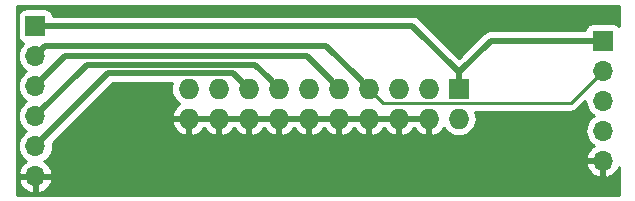
<source format=gbr>
G04 #@! TF.GenerationSoftware,KiCad,Pcbnew,5.1.1-8be2ce7~80~ubuntu18.10.1*
G04 #@! TF.CreationDate,2019-05-27T02:03:18+08:00*
G04 #@! TF.ProjectId,jtagboard,6a746167-626f-4617-9264-2e6b69636164,rev?*
G04 #@! TF.SameCoordinates,Original*
G04 #@! TF.FileFunction,Copper,L1,Top*
G04 #@! TF.FilePolarity,Positive*
%FSLAX46Y46*%
G04 Gerber Fmt 4.6, Leading zero omitted, Abs format (unit mm)*
G04 Created by KiCad (PCBNEW 5.1.1-8be2ce7~80~ubuntu18.10.1) date 2019-05-27 02:03:18*
%MOMM*%
%LPD*%
G04 APERTURE LIST*
%ADD10R,1.727200X1.727200*%
%ADD11O,1.727200X1.727200*%
%ADD12R,1.700000X1.700000*%
%ADD13O,1.700000X1.700000*%
%ADD14C,0.500000*%
%ADD15C,0.250000*%
%ADD16C,0.254000*%
G04 APERTURE END LIST*
D10*
X115316000Y-109220000D03*
D11*
X115316000Y-111760000D03*
X112776000Y-109220000D03*
X112776000Y-111760000D03*
X110236000Y-109220000D03*
X110236000Y-111760000D03*
X107696000Y-109220000D03*
X107696000Y-111760000D03*
X105156000Y-109220000D03*
X105156000Y-111760000D03*
X102616000Y-109220000D03*
X102616000Y-111760000D03*
X100076000Y-109220000D03*
X100076000Y-111760000D03*
X97536000Y-109220000D03*
X97536000Y-111760000D03*
X94996000Y-109220000D03*
X94996000Y-111760000D03*
X92456000Y-109220000D03*
X92456000Y-111760000D03*
D12*
X79451200Y-103931800D03*
D13*
X79451200Y-106471800D03*
X79451200Y-109011800D03*
X79451200Y-111551800D03*
X79451200Y-114091800D03*
X79451200Y-116631800D03*
D12*
X127508000Y-105156000D03*
D13*
X127508000Y-107696000D03*
X127508000Y-110236000D03*
X127508000Y-112776000D03*
X127508000Y-115316000D03*
D14*
X111391400Y-103931800D02*
X115316000Y-107856400D01*
X79451200Y-103931800D02*
X111391400Y-103931800D01*
X126158000Y-105156000D02*
X127508000Y-105156000D01*
X115316000Y-107856400D02*
X118016400Y-105156000D01*
X118016400Y-105156000D02*
X126158000Y-105156000D01*
X115316000Y-109220000D02*
X115316000Y-107856400D01*
X92456000Y-111760000D02*
X112776000Y-111760000D01*
X106832401Y-108356401D02*
X107696000Y-109220000D01*
X104097801Y-105621801D02*
X106832401Y-108356401D01*
X80301199Y-105621801D02*
X104097801Y-105621801D01*
X79451200Y-106471800D02*
X80301199Y-105621801D01*
D15*
X108559599Y-110083599D02*
X107696000Y-109220000D01*
X108884601Y-110408601D02*
X108559599Y-110083599D01*
X124795399Y-110408601D02*
X108884601Y-110408601D01*
X127508000Y-107696000D02*
X124795399Y-110408601D01*
D14*
X104292401Y-108356401D02*
X105156000Y-109220000D01*
X102442377Y-106506377D02*
X104292401Y-108356401D01*
X81956623Y-106506377D02*
X102442377Y-106506377D01*
X79451200Y-109011800D02*
X81956623Y-106506377D01*
X99212401Y-108356401D02*
X100076000Y-109220000D01*
X98062388Y-107206388D02*
X99212401Y-108356401D01*
X83796612Y-107206388D02*
X98062388Y-107206388D01*
X79451200Y-111551800D02*
X83796612Y-107206388D01*
X85636601Y-107906399D02*
X80301199Y-113241801D01*
X96222399Y-107906399D02*
X85636601Y-107906399D01*
X80301199Y-113241801D02*
X79451200Y-114091800D01*
X97536000Y-109220000D02*
X96222399Y-107906399D01*
D16*
G36*
X128880000Y-103941104D02*
G01*
X128809185Y-103854815D01*
X128712494Y-103775463D01*
X128602180Y-103716498D01*
X128482482Y-103680188D01*
X128358000Y-103667928D01*
X126658000Y-103667928D01*
X126533518Y-103680188D01*
X126413820Y-103716498D01*
X126303506Y-103775463D01*
X126206815Y-103854815D01*
X126127463Y-103951506D01*
X126068498Y-104061820D01*
X126032188Y-104181518D01*
X126023375Y-104271000D01*
X118059865Y-104271000D01*
X118016399Y-104266719D01*
X117972933Y-104271000D01*
X117972923Y-104271000D01*
X117842910Y-104283805D01*
X117676087Y-104334411D01*
X117522341Y-104416589D01*
X117522339Y-104416590D01*
X117522340Y-104416590D01*
X117421353Y-104499468D01*
X117421351Y-104499470D01*
X117387583Y-104527183D01*
X117359870Y-104560951D01*
X115316000Y-106604821D01*
X112047934Y-103336756D01*
X112020217Y-103302983D01*
X111885459Y-103192389D01*
X111731713Y-103110211D01*
X111564890Y-103059605D01*
X111434877Y-103046800D01*
X111434869Y-103046800D01*
X111391400Y-103042519D01*
X111347931Y-103046800D01*
X80935825Y-103046800D01*
X80927012Y-102957318D01*
X80890702Y-102837620D01*
X80831737Y-102727306D01*
X80752385Y-102630615D01*
X80655694Y-102551263D01*
X80545380Y-102492298D01*
X80425682Y-102455988D01*
X80301200Y-102443728D01*
X78601200Y-102443728D01*
X78476718Y-102455988D01*
X78357020Y-102492298D01*
X78246706Y-102551263D01*
X78150015Y-102630615D01*
X78070663Y-102727306D01*
X78011698Y-102837620D01*
X77975388Y-102957318D01*
X77963128Y-103081800D01*
X77963128Y-104781800D01*
X77975388Y-104906282D01*
X78011698Y-105025980D01*
X78070663Y-105136294D01*
X78150015Y-105232985D01*
X78246706Y-105312337D01*
X78357020Y-105371302D01*
X78425887Y-105392193D01*
X78396066Y-105416666D01*
X78210494Y-105642786D01*
X78072601Y-105900766D01*
X77987687Y-106180689D01*
X77959015Y-106471800D01*
X77987687Y-106762911D01*
X78072601Y-107042834D01*
X78210494Y-107300814D01*
X78396066Y-107526934D01*
X78622186Y-107712506D01*
X78676991Y-107741800D01*
X78622186Y-107771094D01*
X78396066Y-107956666D01*
X78210494Y-108182786D01*
X78072601Y-108440766D01*
X77987687Y-108720689D01*
X77959015Y-109011800D01*
X77987687Y-109302911D01*
X78072601Y-109582834D01*
X78210494Y-109840814D01*
X78396066Y-110066934D01*
X78622186Y-110252506D01*
X78676991Y-110281800D01*
X78622186Y-110311094D01*
X78396066Y-110496666D01*
X78210494Y-110722786D01*
X78072601Y-110980766D01*
X77987687Y-111260689D01*
X77959015Y-111551800D01*
X77987687Y-111842911D01*
X78072601Y-112122834D01*
X78210494Y-112380814D01*
X78396066Y-112606934D01*
X78622186Y-112792506D01*
X78676991Y-112821800D01*
X78622186Y-112851094D01*
X78396066Y-113036666D01*
X78210494Y-113262786D01*
X78072601Y-113520766D01*
X77987687Y-113800689D01*
X77959015Y-114091800D01*
X77987687Y-114382911D01*
X78072601Y-114662834D01*
X78210494Y-114920814D01*
X78396066Y-115146934D01*
X78622186Y-115332506D01*
X78686723Y-115367001D01*
X78569845Y-115436622D01*
X78353612Y-115631531D01*
X78179559Y-115864880D01*
X78054375Y-116127701D01*
X78009724Y-116274910D01*
X78131045Y-116504800D01*
X79324200Y-116504800D01*
X79324200Y-116484800D01*
X79578200Y-116484800D01*
X79578200Y-116504800D01*
X80771355Y-116504800D01*
X80892676Y-116274910D01*
X80848025Y-116127701D01*
X80722841Y-115864880D01*
X80579638Y-115672890D01*
X126066524Y-115672890D01*
X126111175Y-115820099D01*
X126236359Y-116082920D01*
X126410412Y-116316269D01*
X126626645Y-116511178D01*
X126876748Y-116660157D01*
X127151109Y-116757481D01*
X127381000Y-116636814D01*
X127381000Y-115443000D01*
X126187845Y-115443000D01*
X126066524Y-115672890D01*
X80579638Y-115672890D01*
X80548788Y-115631531D01*
X80332555Y-115436622D01*
X80215677Y-115367001D01*
X80280214Y-115332506D01*
X80506334Y-115146934D01*
X80691906Y-114920814D01*
X80829799Y-114662834D01*
X80914713Y-114382911D01*
X80943385Y-114091800D01*
X80921812Y-113872767D01*
X80957731Y-113836848D01*
X80957736Y-113836842D01*
X82675551Y-112119027D01*
X91001037Y-112119027D01*
X91099036Y-112395978D01*
X91249183Y-112648488D01*
X91445707Y-112866854D01*
X91681056Y-113042684D01*
X91946186Y-113169222D01*
X92096974Y-113214958D01*
X92329000Y-113093817D01*
X92329000Y-111887000D01*
X92583000Y-111887000D01*
X92583000Y-113093817D01*
X92815026Y-113214958D01*
X92965814Y-113169222D01*
X93230944Y-113042684D01*
X93466293Y-112866854D01*
X93662817Y-112648488D01*
X93726000Y-112542230D01*
X93789183Y-112648488D01*
X93985707Y-112866854D01*
X94221056Y-113042684D01*
X94486186Y-113169222D01*
X94636974Y-113214958D01*
X94869000Y-113093817D01*
X94869000Y-111887000D01*
X95123000Y-111887000D01*
X95123000Y-113093817D01*
X95355026Y-113214958D01*
X95505814Y-113169222D01*
X95770944Y-113042684D01*
X96006293Y-112866854D01*
X96202817Y-112648488D01*
X96266000Y-112542230D01*
X96329183Y-112648488D01*
X96525707Y-112866854D01*
X96761056Y-113042684D01*
X97026186Y-113169222D01*
X97176974Y-113214958D01*
X97409000Y-113093817D01*
X97409000Y-111887000D01*
X97663000Y-111887000D01*
X97663000Y-113093817D01*
X97895026Y-113214958D01*
X98045814Y-113169222D01*
X98310944Y-113042684D01*
X98546293Y-112866854D01*
X98742817Y-112648488D01*
X98806000Y-112542230D01*
X98869183Y-112648488D01*
X99065707Y-112866854D01*
X99301056Y-113042684D01*
X99566186Y-113169222D01*
X99716974Y-113214958D01*
X99949000Y-113093817D01*
X99949000Y-111887000D01*
X100203000Y-111887000D01*
X100203000Y-113093817D01*
X100435026Y-113214958D01*
X100585814Y-113169222D01*
X100850944Y-113042684D01*
X101086293Y-112866854D01*
X101282817Y-112648488D01*
X101346000Y-112542230D01*
X101409183Y-112648488D01*
X101605707Y-112866854D01*
X101841056Y-113042684D01*
X102106186Y-113169222D01*
X102256974Y-113214958D01*
X102489000Y-113093817D01*
X102489000Y-111887000D01*
X102743000Y-111887000D01*
X102743000Y-113093817D01*
X102975026Y-113214958D01*
X103125814Y-113169222D01*
X103390944Y-113042684D01*
X103626293Y-112866854D01*
X103822817Y-112648488D01*
X103886000Y-112542230D01*
X103949183Y-112648488D01*
X104145707Y-112866854D01*
X104381056Y-113042684D01*
X104646186Y-113169222D01*
X104796974Y-113214958D01*
X105029000Y-113093817D01*
X105029000Y-111887000D01*
X105283000Y-111887000D01*
X105283000Y-113093817D01*
X105515026Y-113214958D01*
X105665814Y-113169222D01*
X105930944Y-113042684D01*
X106166293Y-112866854D01*
X106362817Y-112648488D01*
X106426000Y-112542230D01*
X106489183Y-112648488D01*
X106685707Y-112866854D01*
X106921056Y-113042684D01*
X107186186Y-113169222D01*
X107336974Y-113214958D01*
X107569000Y-113093817D01*
X107569000Y-111887000D01*
X107823000Y-111887000D01*
X107823000Y-113093817D01*
X108055026Y-113214958D01*
X108205814Y-113169222D01*
X108470944Y-113042684D01*
X108706293Y-112866854D01*
X108902817Y-112648488D01*
X108966000Y-112542230D01*
X109029183Y-112648488D01*
X109225707Y-112866854D01*
X109461056Y-113042684D01*
X109726186Y-113169222D01*
X109876974Y-113214958D01*
X110109000Y-113093817D01*
X110109000Y-111887000D01*
X110363000Y-111887000D01*
X110363000Y-113093817D01*
X110595026Y-113214958D01*
X110745814Y-113169222D01*
X111010944Y-113042684D01*
X111246293Y-112866854D01*
X111442817Y-112648488D01*
X111506000Y-112542230D01*
X111569183Y-112648488D01*
X111765707Y-112866854D01*
X112001056Y-113042684D01*
X112266186Y-113169222D01*
X112416974Y-113214958D01*
X112649000Y-113093817D01*
X112649000Y-111887000D01*
X110363000Y-111887000D01*
X110109000Y-111887000D01*
X107823000Y-111887000D01*
X107569000Y-111887000D01*
X105283000Y-111887000D01*
X105029000Y-111887000D01*
X102743000Y-111887000D01*
X102489000Y-111887000D01*
X100203000Y-111887000D01*
X99949000Y-111887000D01*
X97663000Y-111887000D01*
X97409000Y-111887000D01*
X95123000Y-111887000D01*
X94869000Y-111887000D01*
X92583000Y-111887000D01*
X92329000Y-111887000D01*
X91121536Y-111887000D01*
X91001037Y-112119027D01*
X82675551Y-112119027D01*
X86003180Y-108791399D01*
X91019982Y-108791399D01*
X90979084Y-108926223D01*
X90950149Y-109220000D01*
X90979084Y-109513777D01*
X91064775Y-109796264D01*
X91203931Y-110056606D01*
X91391203Y-110284797D01*
X91619394Y-110472069D01*
X91659433Y-110493470D01*
X91445707Y-110653146D01*
X91249183Y-110871512D01*
X91099036Y-111124022D01*
X91001037Y-111400973D01*
X91121536Y-111633000D01*
X92329000Y-111633000D01*
X92329000Y-111613000D01*
X92583000Y-111613000D01*
X92583000Y-111633000D01*
X94869000Y-111633000D01*
X94869000Y-111613000D01*
X95123000Y-111613000D01*
X95123000Y-111633000D01*
X97409000Y-111633000D01*
X97409000Y-111613000D01*
X97663000Y-111613000D01*
X97663000Y-111633000D01*
X99949000Y-111633000D01*
X99949000Y-111613000D01*
X100203000Y-111613000D01*
X100203000Y-111633000D01*
X102489000Y-111633000D01*
X102489000Y-111613000D01*
X102743000Y-111613000D01*
X102743000Y-111633000D01*
X105029000Y-111633000D01*
X105029000Y-111613000D01*
X105283000Y-111613000D01*
X105283000Y-111633000D01*
X107569000Y-111633000D01*
X107569000Y-111613000D01*
X107823000Y-111613000D01*
X107823000Y-111633000D01*
X110109000Y-111633000D01*
X110109000Y-111613000D01*
X110363000Y-111613000D01*
X110363000Y-111633000D01*
X112649000Y-111633000D01*
X112649000Y-111613000D01*
X112903000Y-111613000D01*
X112903000Y-111633000D01*
X112923000Y-111633000D01*
X112923000Y-111887000D01*
X112903000Y-111887000D01*
X112903000Y-113093817D01*
X113135026Y-113214958D01*
X113285814Y-113169222D01*
X113550944Y-113042684D01*
X113786293Y-112866854D01*
X113982817Y-112648488D01*
X114040137Y-112552090D01*
X114063931Y-112596606D01*
X114251203Y-112824797D01*
X114479394Y-113012069D01*
X114739736Y-113151225D01*
X115022223Y-113236916D01*
X115242381Y-113258600D01*
X115389619Y-113258600D01*
X115609777Y-113236916D01*
X115892264Y-113151225D01*
X116152606Y-113012069D01*
X116380797Y-112824797D01*
X116568069Y-112596606D01*
X116707225Y-112336264D01*
X116792916Y-112053777D01*
X116821851Y-111760000D01*
X116792916Y-111466223D01*
X116707225Y-111183736D01*
X116699135Y-111168601D01*
X124758077Y-111168601D01*
X124795399Y-111172277D01*
X124832721Y-111168601D01*
X124832732Y-111168601D01*
X124944385Y-111157604D01*
X125087646Y-111114147D01*
X125219675Y-111043575D01*
X125335400Y-110948602D01*
X125359203Y-110919598D01*
X126018235Y-110260567D01*
X126044487Y-110527111D01*
X126129401Y-110807034D01*
X126267294Y-111065014D01*
X126452866Y-111291134D01*
X126678986Y-111476706D01*
X126733791Y-111506000D01*
X126678986Y-111535294D01*
X126452866Y-111720866D01*
X126267294Y-111946986D01*
X126129401Y-112204966D01*
X126044487Y-112484889D01*
X126015815Y-112776000D01*
X126044487Y-113067111D01*
X126129401Y-113347034D01*
X126267294Y-113605014D01*
X126452866Y-113831134D01*
X126678986Y-114016706D01*
X126743523Y-114051201D01*
X126626645Y-114120822D01*
X126410412Y-114315731D01*
X126236359Y-114549080D01*
X126111175Y-114811901D01*
X126066524Y-114959110D01*
X126187845Y-115189000D01*
X127381000Y-115189000D01*
X127381000Y-115169000D01*
X127635000Y-115169000D01*
X127635000Y-115189000D01*
X127655000Y-115189000D01*
X127655000Y-115443000D01*
X127635000Y-115443000D01*
X127635000Y-116636814D01*
X127864891Y-116757481D01*
X128139252Y-116660157D01*
X128389355Y-116511178D01*
X128605588Y-116316269D01*
X128779641Y-116082920D01*
X128880001Y-115872217D01*
X128880001Y-118212000D01*
X77876000Y-118212000D01*
X77876000Y-116988690D01*
X78009724Y-116988690D01*
X78054375Y-117135899D01*
X78179559Y-117398720D01*
X78353612Y-117632069D01*
X78569845Y-117826978D01*
X78819948Y-117975957D01*
X79094309Y-118073281D01*
X79324200Y-117952614D01*
X79324200Y-116758800D01*
X79578200Y-116758800D01*
X79578200Y-117952614D01*
X79808091Y-118073281D01*
X80082452Y-117975957D01*
X80332555Y-117826978D01*
X80548788Y-117632069D01*
X80722841Y-117398720D01*
X80848025Y-117135899D01*
X80892676Y-116988690D01*
X80771355Y-116758800D01*
X79578200Y-116758800D01*
X79324200Y-116758800D01*
X78131045Y-116758800D01*
X78009724Y-116988690D01*
X77876000Y-116988690D01*
X77876000Y-102260000D01*
X128880000Y-102260000D01*
X128880000Y-103941104D01*
X128880000Y-103941104D01*
G37*
X128880000Y-103941104D02*
X128809185Y-103854815D01*
X128712494Y-103775463D01*
X128602180Y-103716498D01*
X128482482Y-103680188D01*
X128358000Y-103667928D01*
X126658000Y-103667928D01*
X126533518Y-103680188D01*
X126413820Y-103716498D01*
X126303506Y-103775463D01*
X126206815Y-103854815D01*
X126127463Y-103951506D01*
X126068498Y-104061820D01*
X126032188Y-104181518D01*
X126023375Y-104271000D01*
X118059865Y-104271000D01*
X118016399Y-104266719D01*
X117972933Y-104271000D01*
X117972923Y-104271000D01*
X117842910Y-104283805D01*
X117676087Y-104334411D01*
X117522341Y-104416589D01*
X117522339Y-104416590D01*
X117522340Y-104416590D01*
X117421353Y-104499468D01*
X117421351Y-104499470D01*
X117387583Y-104527183D01*
X117359870Y-104560951D01*
X115316000Y-106604821D01*
X112047934Y-103336756D01*
X112020217Y-103302983D01*
X111885459Y-103192389D01*
X111731713Y-103110211D01*
X111564890Y-103059605D01*
X111434877Y-103046800D01*
X111434869Y-103046800D01*
X111391400Y-103042519D01*
X111347931Y-103046800D01*
X80935825Y-103046800D01*
X80927012Y-102957318D01*
X80890702Y-102837620D01*
X80831737Y-102727306D01*
X80752385Y-102630615D01*
X80655694Y-102551263D01*
X80545380Y-102492298D01*
X80425682Y-102455988D01*
X80301200Y-102443728D01*
X78601200Y-102443728D01*
X78476718Y-102455988D01*
X78357020Y-102492298D01*
X78246706Y-102551263D01*
X78150015Y-102630615D01*
X78070663Y-102727306D01*
X78011698Y-102837620D01*
X77975388Y-102957318D01*
X77963128Y-103081800D01*
X77963128Y-104781800D01*
X77975388Y-104906282D01*
X78011698Y-105025980D01*
X78070663Y-105136294D01*
X78150015Y-105232985D01*
X78246706Y-105312337D01*
X78357020Y-105371302D01*
X78425887Y-105392193D01*
X78396066Y-105416666D01*
X78210494Y-105642786D01*
X78072601Y-105900766D01*
X77987687Y-106180689D01*
X77959015Y-106471800D01*
X77987687Y-106762911D01*
X78072601Y-107042834D01*
X78210494Y-107300814D01*
X78396066Y-107526934D01*
X78622186Y-107712506D01*
X78676991Y-107741800D01*
X78622186Y-107771094D01*
X78396066Y-107956666D01*
X78210494Y-108182786D01*
X78072601Y-108440766D01*
X77987687Y-108720689D01*
X77959015Y-109011800D01*
X77987687Y-109302911D01*
X78072601Y-109582834D01*
X78210494Y-109840814D01*
X78396066Y-110066934D01*
X78622186Y-110252506D01*
X78676991Y-110281800D01*
X78622186Y-110311094D01*
X78396066Y-110496666D01*
X78210494Y-110722786D01*
X78072601Y-110980766D01*
X77987687Y-111260689D01*
X77959015Y-111551800D01*
X77987687Y-111842911D01*
X78072601Y-112122834D01*
X78210494Y-112380814D01*
X78396066Y-112606934D01*
X78622186Y-112792506D01*
X78676991Y-112821800D01*
X78622186Y-112851094D01*
X78396066Y-113036666D01*
X78210494Y-113262786D01*
X78072601Y-113520766D01*
X77987687Y-113800689D01*
X77959015Y-114091800D01*
X77987687Y-114382911D01*
X78072601Y-114662834D01*
X78210494Y-114920814D01*
X78396066Y-115146934D01*
X78622186Y-115332506D01*
X78686723Y-115367001D01*
X78569845Y-115436622D01*
X78353612Y-115631531D01*
X78179559Y-115864880D01*
X78054375Y-116127701D01*
X78009724Y-116274910D01*
X78131045Y-116504800D01*
X79324200Y-116504800D01*
X79324200Y-116484800D01*
X79578200Y-116484800D01*
X79578200Y-116504800D01*
X80771355Y-116504800D01*
X80892676Y-116274910D01*
X80848025Y-116127701D01*
X80722841Y-115864880D01*
X80579638Y-115672890D01*
X126066524Y-115672890D01*
X126111175Y-115820099D01*
X126236359Y-116082920D01*
X126410412Y-116316269D01*
X126626645Y-116511178D01*
X126876748Y-116660157D01*
X127151109Y-116757481D01*
X127381000Y-116636814D01*
X127381000Y-115443000D01*
X126187845Y-115443000D01*
X126066524Y-115672890D01*
X80579638Y-115672890D01*
X80548788Y-115631531D01*
X80332555Y-115436622D01*
X80215677Y-115367001D01*
X80280214Y-115332506D01*
X80506334Y-115146934D01*
X80691906Y-114920814D01*
X80829799Y-114662834D01*
X80914713Y-114382911D01*
X80943385Y-114091800D01*
X80921812Y-113872767D01*
X80957731Y-113836848D01*
X80957736Y-113836842D01*
X82675551Y-112119027D01*
X91001037Y-112119027D01*
X91099036Y-112395978D01*
X91249183Y-112648488D01*
X91445707Y-112866854D01*
X91681056Y-113042684D01*
X91946186Y-113169222D01*
X92096974Y-113214958D01*
X92329000Y-113093817D01*
X92329000Y-111887000D01*
X92583000Y-111887000D01*
X92583000Y-113093817D01*
X92815026Y-113214958D01*
X92965814Y-113169222D01*
X93230944Y-113042684D01*
X93466293Y-112866854D01*
X93662817Y-112648488D01*
X93726000Y-112542230D01*
X93789183Y-112648488D01*
X93985707Y-112866854D01*
X94221056Y-113042684D01*
X94486186Y-113169222D01*
X94636974Y-113214958D01*
X94869000Y-113093817D01*
X94869000Y-111887000D01*
X95123000Y-111887000D01*
X95123000Y-113093817D01*
X95355026Y-113214958D01*
X95505814Y-113169222D01*
X95770944Y-113042684D01*
X96006293Y-112866854D01*
X96202817Y-112648488D01*
X96266000Y-112542230D01*
X96329183Y-112648488D01*
X96525707Y-112866854D01*
X96761056Y-113042684D01*
X97026186Y-113169222D01*
X97176974Y-113214958D01*
X97409000Y-113093817D01*
X97409000Y-111887000D01*
X97663000Y-111887000D01*
X97663000Y-113093817D01*
X97895026Y-113214958D01*
X98045814Y-113169222D01*
X98310944Y-113042684D01*
X98546293Y-112866854D01*
X98742817Y-112648488D01*
X98806000Y-112542230D01*
X98869183Y-112648488D01*
X99065707Y-112866854D01*
X99301056Y-113042684D01*
X99566186Y-113169222D01*
X99716974Y-113214958D01*
X99949000Y-113093817D01*
X99949000Y-111887000D01*
X100203000Y-111887000D01*
X100203000Y-113093817D01*
X100435026Y-113214958D01*
X100585814Y-113169222D01*
X100850944Y-113042684D01*
X101086293Y-112866854D01*
X101282817Y-112648488D01*
X101346000Y-112542230D01*
X101409183Y-112648488D01*
X101605707Y-112866854D01*
X101841056Y-113042684D01*
X102106186Y-113169222D01*
X102256974Y-113214958D01*
X102489000Y-113093817D01*
X102489000Y-111887000D01*
X102743000Y-111887000D01*
X102743000Y-113093817D01*
X102975026Y-113214958D01*
X103125814Y-113169222D01*
X103390944Y-113042684D01*
X103626293Y-112866854D01*
X103822817Y-112648488D01*
X103886000Y-112542230D01*
X103949183Y-112648488D01*
X104145707Y-112866854D01*
X104381056Y-113042684D01*
X104646186Y-113169222D01*
X104796974Y-113214958D01*
X105029000Y-113093817D01*
X105029000Y-111887000D01*
X105283000Y-111887000D01*
X105283000Y-113093817D01*
X105515026Y-113214958D01*
X105665814Y-113169222D01*
X105930944Y-113042684D01*
X106166293Y-112866854D01*
X106362817Y-112648488D01*
X106426000Y-112542230D01*
X106489183Y-112648488D01*
X106685707Y-112866854D01*
X106921056Y-113042684D01*
X107186186Y-113169222D01*
X107336974Y-113214958D01*
X107569000Y-113093817D01*
X107569000Y-111887000D01*
X107823000Y-111887000D01*
X107823000Y-113093817D01*
X108055026Y-113214958D01*
X108205814Y-113169222D01*
X108470944Y-113042684D01*
X108706293Y-112866854D01*
X108902817Y-112648488D01*
X108966000Y-112542230D01*
X109029183Y-112648488D01*
X109225707Y-112866854D01*
X109461056Y-113042684D01*
X109726186Y-113169222D01*
X109876974Y-113214958D01*
X110109000Y-113093817D01*
X110109000Y-111887000D01*
X110363000Y-111887000D01*
X110363000Y-113093817D01*
X110595026Y-113214958D01*
X110745814Y-113169222D01*
X111010944Y-113042684D01*
X111246293Y-112866854D01*
X111442817Y-112648488D01*
X111506000Y-112542230D01*
X111569183Y-112648488D01*
X111765707Y-112866854D01*
X112001056Y-113042684D01*
X112266186Y-113169222D01*
X112416974Y-113214958D01*
X112649000Y-113093817D01*
X112649000Y-111887000D01*
X110363000Y-111887000D01*
X110109000Y-111887000D01*
X107823000Y-111887000D01*
X107569000Y-111887000D01*
X105283000Y-111887000D01*
X105029000Y-111887000D01*
X102743000Y-111887000D01*
X102489000Y-111887000D01*
X100203000Y-111887000D01*
X99949000Y-111887000D01*
X97663000Y-111887000D01*
X97409000Y-111887000D01*
X95123000Y-111887000D01*
X94869000Y-111887000D01*
X92583000Y-111887000D01*
X92329000Y-111887000D01*
X91121536Y-111887000D01*
X91001037Y-112119027D01*
X82675551Y-112119027D01*
X86003180Y-108791399D01*
X91019982Y-108791399D01*
X90979084Y-108926223D01*
X90950149Y-109220000D01*
X90979084Y-109513777D01*
X91064775Y-109796264D01*
X91203931Y-110056606D01*
X91391203Y-110284797D01*
X91619394Y-110472069D01*
X91659433Y-110493470D01*
X91445707Y-110653146D01*
X91249183Y-110871512D01*
X91099036Y-111124022D01*
X91001037Y-111400973D01*
X91121536Y-111633000D01*
X92329000Y-111633000D01*
X92329000Y-111613000D01*
X92583000Y-111613000D01*
X92583000Y-111633000D01*
X94869000Y-111633000D01*
X94869000Y-111613000D01*
X95123000Y-111613000D01*
X95123000Y-111633000D01*
X97409000Y-111633000D01*
X97409000Y-111613000D01*
X97663000Y-111613000D01*
X97663000Y-111633000D01*
X99949000Y-111633000D01*
X99949000Y-111613000D01*
X100203000Y-111613000D01*
X100203000Y-111633000D01*
X102489000Y-111633000D01*
X102489000Y-111613000D01*
X102743000Y-111613000D01*
X102743000Y-111633000D01*
X105029000Y-111633000D01*
X105029000Y-111613000D01*
X105283000Y-111613000D01*
X105283000Y-111633000D01*
X107569000Y-111633000D01*
X107569000Y-111613000D01*
X107823000Y-111613000D01*
X107823000Y-111633000D01*
X110109000Y-111633000D01*
X110109000Y-111613000D01*
X110363000Y-111613000D01*
X110363000Y-111633000D01*
X112649000Y-111633000D01*
X112649000Y-111613000D01*
X112903000Y-111613000D01*
X112903000Y-111633000D01*
X112923000Y-111633000D01*
X112923000Y-111887000D01*
X112903000Y-111887000D01*
X112903000Y-113093817D01*
X113135026Y-113214958D01*
X113285814Y-113169222D01*
X113550944Y-113042684D01*
X113786293Y-112866854D01*
X113982817Y-112648488D01*
X114040137Y-112552090D01*
X114063931Y-112596606D01*
X114251203Y-112824797D01*
X114479394Y-113012069D01*
X114739736Y-113151225D01*
X115022223Y-113236916D01*
X115242381Y-113258600D01*
X115389619Y-113258600D01*
X115609777Y-113236916D01*
X115892264Y-113151225D01*
X116152606Y-113012069D01*
X116380797Y-112824797D01*
X116568069Y-112596606D01*
X116707225Y-112336264D01*
X116792916Y-112053777D01*
X116821851Y-111760000D01*
X116792916Y-111466223D01*
X116707225Y-111183736D01*
X116699135Y-111168601D01*
X124758077Y-111168601D01*
X124795399Y-111172277D01*
X124832721Y-111168601D01*
X124832732Y-111168601D01*
X124944385Y-111157604D01*
X125087646Y-111114147D01*
X125219675Y-111043575D01*
X125335400Y-110948602D01*
X125359203Y-110919598D01*
X126018235Y-110260567D01*
X126044487Y-110527111D01*
X126129401Y-110807034D01*
X126267294Y-111065014D01*
X126452866Y-111291134D01*
X126678986Y-111476706D01*
X126733791Y-111506000D01*
X126678986Y-111535294D01*
X126452866Y-111720866D01*
X126267294Y-111946986D01*
X126129401Y-112204966D01*
X126044487Y-112484889D01*
X126015815Y-112776000D01*
X126044487Y-113067111D01*
X126129401Y-113347034D01*
X126267294Y-113605014D01*
X126452866Y-113831134D01*
X126678986Y-114016706D01*
X126743523Y-114051201D01*
X126626645Y-114120822D01*
X126410412Y-114315731D01*
X126236359Y-114549080D01*
X126111175Y-114811901D01*
X126066524Y-114959110D01*
X126187845Y-115189000D01*
X127381000Y-115189000D01*
X127381000Y-115169000D01*
X127635000Y-115169000D01*
X127635000Y-115189000D01*
X127655000Y-115189000D01*
X127655000Y-115443000D01*
X127635000Y-115443000D01*
X127635000Y-116636814D01*
X127864891Y-116757481D01*
X128139252Y-116660157D01*
X128389355Y-116511178D01*
X128605588Y-116316269D01*
X128779641Y-116082920D01*
X128880001Y-115872217D01*
X128880001Y-118212000D01*
X77876000Y-118212000D01*
X77876000Y-116988690D01*
X78009724Y-116988690D01*
X78054375Y-117135899D01*
X78179559Y-117398720D01*
X78353612Y-117632069D01*
X78569845Y-117826978D01*
X78819948Y-117975957D01*
X79094309Y-118073281D01*
X79324200Y-117952614D01*
X79324200Y-116758800D01*
X79578200Y-116758800D01*
X79578200Y-117952614D01*
X79808091Y-118073281D01*
X80082452Y-117975957D01*
X80332555Y-117826978D01*
X80548788Y-117632069D01*
X80722841Y-117398720D01*
X80848025Y-117135899D01*
X80892676Y-116988690D01*
X80771355Y-116758800D01*
X79578200Y-116758800D01*
X79324200Y-116758800D01*
X78131045Y-116758800D01*
X78009724Y-116988690D01*
X77876000Y-116988690D01*
X77876000Y-102260000D01*
X128880000Y-102260000D01*
X128880000Y-103941104D01*
M02*

</source>
